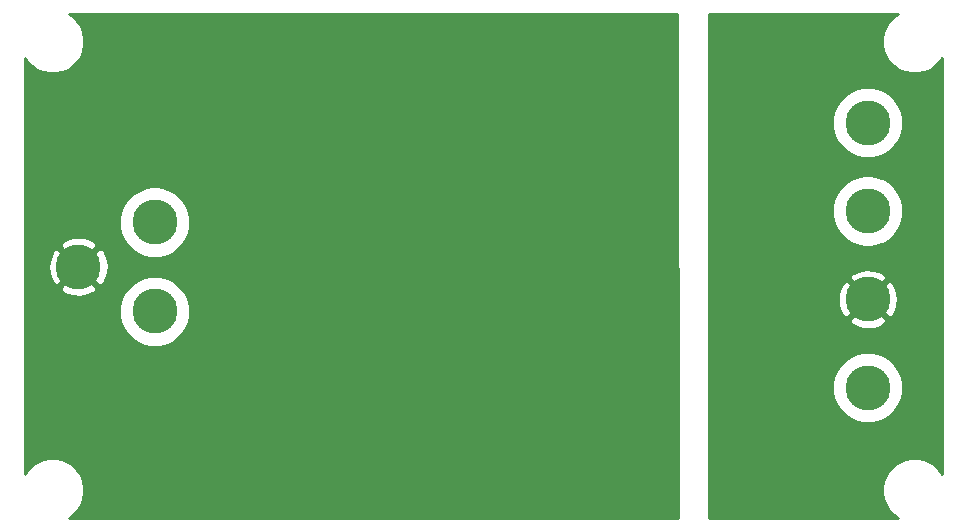
<source format=gbr>
%TF.GenerationSoftware,KiCad,Pcbnew,(5.1.8-0-10_14)*%
%TF.CreationDate,2022-04-27T14:31:31-05:00*%
%TF.ProjectId,PowerBoard,506f7765-7242-46f6-9172-642e6b696361,rev?*%
%TF.SameCoordinates,Original*%
%TF.FileFunction,Copper,L2,Bot*%
%TF.FilePolarity,Positive*%
%FSLAX46Y46*%
G04 Gerber Fmt 4.6, Leading zero omitted, Abs format (unit mm)*
G04 Created by KiCad (PCBNEW (5.1.8-0-10_14)) date 2022-04-27 14:31:31*
%MOMM*%
%LPD*%
G01*
G04 APERTURE LIST*
%TA.AperFunction,ComponentPad*%
%ADD10C,3.800000*%
%TD*%
%TA.AperFunction,ViaPad*%
%ADD11C,0.800000*%
%TD*%
%TA.AperFunction,Conductor*%
%ADD12C,0.254000*%
%TD*%
%TA.AperFunction,Conductor*%
%ADD13C,0.100000*%
%TD*%
G04 APERTURE END LIST*
D10*
%TO.P,+15,1*%
%TO.N,+15V*%
X116408200Y-71992066D03*
%TD*%
%TO.P,GNDA,1*%
%TO.N,GNDA*%
X116408200Y-79468132D03*
%TD*%
%TO.P,GND,1*%
%TO.N,GND*%
X49580800Y-76720700D03*
%TD*%
%TO.P,-17,1*%
%TO.N,Net-(-17-Pad1)*%
X56032400Y-80492600D03*
%TD*%
%TO.P,-15,1*%
%TO.N,-15V*%
X116408200Y-86944200D03*
%TD*%
%TO.P,+17,1*%
%TO.N,Net-(+17-Pad1)*%
X56032400Y-72948800D03*
%TD*%
%TO.P,+9,1*%
%TO.N,+9V*%
X116408200Y-64516000D03*
%TD*%
D11*
%TO.N,GNDA*%
X111506000Y-89814400D03*
X106197400Y-90297000D03*
X106248200Y-77749400D03*
X111379000Y-77444600D03*
%TO.N,GND*%
X98856800Y-87655400D03*
X89839800Y-77393800D03*
X99187000Y-77724000D03*
X94157800Y-77368400D03*
X94183200Y-86664800D03*
X90195400Y-86715600D03*
X80391000Y-74803000D03*
X76250800Y-87045800D03*
X62255400Y-83515200D03*
X50063400Y-89560400D03*
X49911000Y-63982600D03*
X62153800Y-69011800D03*
X80441800Y-62255400D03*
X90068400Y-64922400D03*
X94157800Y-64922400D03*
X98856800Y-65303400D03*
%TO.N,GNDA*%
X106146600Y-65303400D03*
X111429800Y-64770000D03*
%TD*%
D12*
%TO.N,GND*%
X100303262Y-97975400D02*
X48760240Y-97975400D01*
X49104161Y-97745599D01*
X49483999Y-97365761D01*
X49782436Y-96919119D01*
X49988003Y-96422837D01*
X50092800Y-95895986D01*
X50092800Y-95358814D01*
X49988003Y-94831963D01*
X49782436Y-94335681D01*
X49483999Y-93889039D01*
X49104161Y-93509201D01*
X48657519Y-93210764D01*
X48161237Y-93005197D01*
X47634386Y-92900400D01*
X47097214Y-92900400D01*
X46570363Y-93005197D01*
X46074081Y-93210764D01*
X45627439Y-93509201D01*
X45247601Y-93889039D01*
X45017800Y-94232960D01*
X45017800Y-80194467D01*
X53005400Y-80194467D01*
X53005400Y-80790733D01*
X53121726Y-81375543D01*
X53349908Y-81926422D01*
X53681176Y-82422200D01*
X54102800Y-82843824D01*
X54598578Y-83175092D01*
X55149457Y-83403274D01*
X55734267Y-83519600D01*
X56330533Y-83519600D01*
X56915343Y-83403274D01*
X57466222Y-83175092D01*
X57962000Y-82843824D01*
X58383624Y-82422200D01*
X58714892Y-81926422D01*
X58943074Y-81375543D01*
X59059400Y-80790733D01*
X59059400Y-80194467D01*
X58943074Y-79609657D01*
X58714892Y-79058778D01*
X58383624Y-78563000D01*
X57962000Y-78141376D01*
X57466222Y-77810108D01*
X56915343Y-77581926D01*
X56330533Y-77465600D01*
X55734267Y-77465600D01*
X55149457Y-77581926D01*
X54598578Y-77810108D01*
X54102800Y-78141376D01*
X53681176Y-78563000D01*
X53349908Y-79058778D01*
X53121726Y-79609657D01*
X53005400Y-80194467D01*
X45017800Y-80194467D01*
X45017800Y-78497049D01*
X47984056Y-78497049D01*
X48188162Y-78853567D01*
X48631023Y-79084275D01*
X49110383Y-79224152D01*
X49607821Y-79267823D01*
X50104222Y-79213609D01*
X50580507Y-79063594D01*
X50973438Y-78853567D01*
X51177544Y-78497049D01*
X49580800Y-76900305D01*
X47984056Y-78497049D01*
X45017800Y-78497049D01*
X45017800Y-76747721D01*
X47033677Y-76747721D01*
X47087891Y-77244122D01*
X47237906Y-77720407D01*
X47447933Y-78113338D01*
X47804451Y-78317444D01*
X49401195Y-76720700D01*
X49760405Y-76720700D01*
X51357149Y-78317444D01*
X51713667Y-78113338D01*
X51944375Y-77670477D01*
X52084252Y-77191117D01*
X52127923Y-76693679D01*
X52073709Y-76197278D01*
X51923694Y-75720993D01*
X51713667Y-75328062D01*
X51357149Y-75123956D01*
X49760405Y-76720700D01*
X49401195Y-76720700D01*
X47804451Y-75123956D01*
X47447933Y-75328062D01*
X47217225Y-75770923D01*
X47077348Y-76250283D01*
X47033677Y-76747721D01*
X45017800Y-76747721D01*
X45017800Y-74944351D01*
X47984056Y-74944351D01*
X49580800Y-76541095D01*
X51177544Y-74944351D01*
X50973438Y-74587833D01*
X50530577Y-74357125D01*
X50051217Y-74217248D01*
X49553779Y-74173577D01*
X49057378Y-74227791D01*
X48581093Y-74377806D01*
X48188162Y-74587833D01*
X47984056Y-74944351D01*
X45017800Y-74944351D01*
X45017800Y-72650667D01*
X53005400Y-72650667D01*
X53005400Y-73246933D01*
X53121726Y-73831743D01*
X53349908Y-74382622D01*
X53681176Y-74878400D01*
X54102800Y-75300024D01*
X54598578Y-75631292D01*
X55149457Y-75859474D01*
X55734267Y-75975800D01*
X56330533Y-75975800D01*
X56915343Y-75859474D01*
X57466222Y-75631292D01*
X57962000Y-75300024D01*
X58383624Y-74878400D01*
X58714892Y-74382622D01*
X58943074Y-73831743D01*
X59059400Y-73246933D01*
X59059400Y-72650667D01*
X58943074Y-72065857D01*
X58714892Y-71514978D01*
X58383624Y-71019200D01*
X57962000Y-70597576D01*
X57466222Y-70266308D01*
X56915343Y-70038126D01*
X56330533Y-69921800D01*
X55734267Y-69921800D01*
X55149457Y-70038126D01*
X54598578Y-70266308D01*
X54102800Y-70597576D01*
X53681176Y-71019200D01*
X53349908Y-71514978D01*
X53121726Y-72065857D01*
X53005400Y-72650667D01*
X45017800Y-72650667D01*
X45017800Y-59021840D01*
X45247601Y-59365761D01*
X45627439Y-59745599D01*
X46074081Y-60044036D01*
X46570363Y-60249603D01*
X47097214Y-60354400D01*
X47634386Y-60354400D01*
X48161237Y-60249603D01*
X48657519Y-60044036D01*
X49104161Y-59745599D01*
X49483999Y-59365761D01*
X49782436Y-58919119D01*
X49988003Y-58422837D01*
X50092800Y-57895986D01*
X50092800Y-57358814D01*
X49988003Y-56831963D01*
X49782436Y-56335681D01*
X49483999Y-55889039D01*
X49104161Y-55509201D01*
X48760240Y-55279400D01*
X100255128Y-55279400D01*
X100303262Y-97975400D01*
%TA.AperFunction,Conductor*%
D13*
G36*
X100303262Y-97975400D02*
G01*
X48760240Y-97975400D01*
X49104161Y-97745599D01*
X49483999Y-97365761D01*
X49782436Y-96919119D01*
X49988003Y-96422837D01*
X50092800Y-95895986D01*
X50092800Y-95358814D01*
X49988003Y-94831963D01*
X49782436Y-94335681D01*
X49483999Y-93889039D01*
X49104161Y-93509201D01*
X48657519Y-93210764D01*
X48161237Y-93005197D01*
X47634386Y-92900400D01*
X47097214Y-92900400D01*
X46570363Y-93005197D01*
X46074081Y-93210764D01*
X45627439Y-93509201D01*
X45247601Y-93889039D01*
X45017800Y-94232960D01*
X45017800Y-80194467D01*
X53005400Y-80194467D01*
X53005400Y-80790733D01*
X53121726Y-81375543D01*
X53349908Y-81926422D01*
X53681176Y-82422200D01*
X54102800Y-82843824D01*
X54598578Y-83175092D01*
X55149457Y-83403274D01*
X55734267Y-83519600D01*
X56330533Y-83519600D01*
X56915343Y-83403274D01*
X57466222Y-83175092D01*
X57962000Y-82843824D01*
X58383624Y-82422200D01*
X58714892Y-81926422D01*
X58943074Y-81375543D01*
X59059400Y-80790733D01*
X59059400Y-80194467D01*
X58943074Y-79609657D01*
X58714892Y-79058778D01*
X58383624Y-78563000D01*
X57962000Y-78141376D01*
X57466222Y-77810108D01*
X56915343Y-77581926D01*
X56330533Y-77465600D01*
X55734267Y-77465600D01*
X55149457Y-77581926D01*
X54598578Y-77810108D01*
X54102800Y-78141376D01*
X53681176Y-78563000D01*
X53349908Y-79058778D01*
X53121726Y-79609657D01*
X53005400Y-80194467D01*
X45017800Y-80194467D01*
X45017800Y-78497049D01*
X47984056Y-78497049D01*
X48188162Y-78853567D01*
X48631023Y-79084275D01*
X49110383Y-79224152D01*
X49607821Y-79267823D01*
X50104222Y-79213609D01*
X50580507Y-79063594D01*
X50973438Y-78853567D01*
X51177544Y-78497049D01*
X49580800Y-76900305D01*
X47984056Y-78497049D01*
X45017800Y-78497049D01*
X45017800Y-76747721D01*
X47033677Y-76747721D01*
X47087891Y-77244122D01*
X47237906Y-77720407D01*
X47447933Y-78113338D01*
X47804451Y-78317444D01*
X49401195Y-76720700D01*
X49760405Y-76720700D01*
X51357149Y-78317444D01*
X51713667Y-78113338D01*
X51944375Y-77670477D01*
X52084252Y-77191117D01*
X52127923Y-76693679D01*
X52073709Y-76197278D01*
X51923694Y-75720993D01*
X51713667Y-75328062D01*
X51357149Y-75123956D01*
X49760405Y-76720700D01*
X49401195Y-76720700D01*
X47804451Y-75123956D01*
X47447933Y-75328062D01*
X47217225Y-75770923D01*
X47077348Y-76250283D01*
X47033677Y-76747721D01*
X45017800Y-76747721D01*
X45017800Y-74944351D01*
X47984056Y-74944351D01*
X49580800Y-76541095D01*
X51177544Y-74944351D01*
X50973438Y-74587833D01*
X50530577Y-74357125D01*
X50051217Y-74217248D01*
X49553779Y-74173577D01*
X49057378Y-74227791D01*
X48581093Y-74377806D01*
X48188162Y-74587833D01*
X47984056Y-74944351D01*
X45017800Y-74944351D01*
X45017800Y-72650667D01*
X53005400Y-72650667D01*
X53005400Y-73246933D01*
X53121726Y-73831743D01*
X53349908Y-74382622D01*
X53681176Y-74878400D01*
X54102800Y-75300024D01*
X54598578Y-75631292D01*
X55149457Y-75859474D01*
X55734267Y-75975800D01*
X56330533Y-75975800D01*
X56915343Y-75859474D01*
X57466222Y-75631292D01*
X57962000Y-75300024D01*
X58383624Y-74878400D01*
X58714892Y-74382622D01*
X58943074Y-73831743D01*
X59059400Y-73246933D01*
X59059400Y-72650667D01*
X58943074Y-72065857D01*
X58714892Y-71514978D01*
X58383624Y-71019200D01*
X57962000Y-70597576D01*
X57466222Y-70266308D01*
X56915343Y-70038126D01*
X56330533Y-69921800D01*
X55734267Y-69921800D01*
X55149457Y-70038126D01*
X54598578Y-70266308D01*
X54102800Y-70597576D01*
X53681176Y-71019200D01*
X53349908Y-71514978D01*
X53121726Y-72065857D01*
X53005400Y-72650667D01*
X45017800Y-72650667D01*
X45017800Y-59021840D01*
X45247601Y-59365761D01*
X45627439Y-59745599D01*
X46074081Y-60044036D01*
X46570363Y-60249603D01*
X47097214Y-60354400D01*
X47634386Y-60354400D01*
X48161237Y-60249603D01*
X48657519Y-60044036D01*
X49104161Y-59745599D01*
X49483999Y-59365761D01*
X49782436Y-58919119D01*
X49988003Y-58422837D01*
X50092800Y-57895986D01*
X50092800Y-57358814D01*
X49988003Y-56831963D01*
X49782436Y-56335681D01*
X49483999Y-55889039D01*
X49104161Y-55509201D01*
X48760240Y-55279400D01*
X100255128Y-55279400D01*
X100303262Y-97975400D01*
G37*
%TD.AperFunction*%
%TD*%
D12*
%TO.N,GNDA*%
X118627439Y-55509201D02*
X118247601Y-55889039D01*
X117949164Y-56335681D01*
X117743597Y-56831963D01*
X117638800Y-57358814D01*
X117638800Y-57895986D01*
X117743597Y-58422837D01*
X117949164Y-58919119D01*
X118247601Y-59365761D01*
X118627439Y-59745599D01*
X119074081Y-60044036D01*
X119570363Y-60249603D01*
X120097214Y-60354400D01*
X120634386Y-60354400D01*
X121161237Y-60249603D01*
X121657519Y-60044036D01*
X122104161Y-59745599D01*
X122483999Y-59365761D01*
X122713800Y-59021840D01*
X122713801Y-94232961D01*
X122483999Y-93889039D01*
X122104161Y-93509201D01*
X121657519Y-93210764D01*
X121161237Y-93005197D01*
X120634386Y-92900400D01*
X120097214Y-92900400D01*
X119570363Y-93005197D01*
X119074081Y-93210764D01*
X118627439Y-93509201D01*
X118247601Y-93889039D01*
X117949164Y-94335681D01*
X117743597Y-94831963D01*
X117638800Y-95358814D01*
X117638800Y-95895986D01*
X117743597Y-96422837D01*
X117949164Y-96919119D01*
X118247601Y-97365761D01*
X118627439Y-97745599D01*
X118971360Y-97975400D01*
X102947565Y-97975400D01*
X102960330Y-86646067D01*
X113381200Y-86646067D01*
X113381200Y-87242333D01*
X113497526Y-87827143D01*
X113725708Y-88378022D01*
X114056976Y-88873800D01*
X114478600Y-89295424D01*
X114974378Y-89626692D01*
X115525257Y-89854874D01*
X116110067Y-89971200D01*
X116706333Y-89971200D01*
X117291143Y-89854874D01*
X117842022Y-89626692D01*
X118337800Y-89295424D01*
X118759424Y-88873800D01*
X119090692Y-88378022D01*
X119318874Y-87827143D01*
X119435200Y-87242333D01*
X119435200Y-86646067D01*
X119318874Y-86061257D01*
X119090692Y-85510378D01*
X118759424Y-85014600D01*
X118337800Y-84592976D01*
X117842022Y-84261708D01*
X117291143Y-84033526D01*
X116706333Y-83917200D01*
X116110067Y-83917200D01*
X115525257Y-84033526D01*
X114974378Y-84261708D01*
X114478600Y-84592976D01*
X114056976Y-85014600D01*
X113725708Y-85510378D01*
X113497526Y-86061257D01*
X113381200Y-86646067D01*
X102960330Y-86646067D01*
X102966416Y-81244481D01*
X114811456Y-81244481D01*
X115015562Y-81600999D01*
X115458423Y-81831707D01*
X115937783Y-81971584D01*
X116435221Y-82015255D01*
X116931622Y-81961041D01*
X117407907Y-81811026D01*
X117800838Y-81600999D01*
X118004944Y-81244481D01*
X116408200Y-79647737D01*
X114811456Y-81244481D01*
X102966416Y-81244481D01*
X102968387Y-79495153D01*
X113861077Y-79495153D01*
X113915291Y-79991554D01*
X114065306Y-80467839D01*
X114275333Y-80860770D01*
X114631851Y-81064876D01*
X116228595Y-79468132D01*
X116587805Y-79468132D01*
X118184549Y-81064876D01*
X118541067Y-80860770D01*
X118771775Y-80417909D01*
X118911652Y-79938549D01*
X118955323Y-79441111D01*
X118901109Y-78944710D01*
X118751094Y-78468425D01*
X118541067Y-78075494D01*
X118184549Y-77871388D01*
X116587805Y-79468132D01*
X116228595Y-79468132D01*
X114631851Y-77871388D01*
X114275333Y-78075494D01*
X114044625Y-78518355D01*
X113904748Y-78997715D01*
X113861077Y-79495153D01*
X102968387Y-79495153D01*
X102970418Y-77691783D01*
X114811456Y-77691783D01*
X116408200Y-79288527D01*
X118004944Y-77691783D01*
X117800838Y-77335265D01*
X117357977Y-77104557D01*
X116878617Y-76964680D01*
X116381179Y-76921009D01*
X115884778Y-76975223D01*
X115408493Y-77125238D01*
X115015562Y-77335265D01*
X114811456Y-77691783D01*
X102970418Y-77691783D01*
X102977177Y-71693933D01*
X113381200Y-71693933D01*
X113381200Y-72290199D01*
X113497526Y-72875009D01*
X113725708Y-73425888D01*
X114056976Y-73921666D01*
X114478600Y-74343290D01*
X114974378Y-74674558D01*
X115525257Y-74902740D01*
X116110067Y-75019066D01*
X116706333Y-75019066D01*
X117291143Y-74902740D01*
X117842022Y-74674558D01*
X118337800Y-74343290D01*
X118759424Y-73921666D01*
X119090692Y-73425888D01*
X119318874Y-72875009D01*
X119435200Y-72290199D01*
X119435200Y-71693933D01*
X119318874Y-71109123D01*
X119090692Y-70558244D01*
X118759424Y-70062466D01*
X118337800Y-69640842D01*
X117842022Y-69309574D01*
X117291143Y-69081392D01*
X116706333Y-68965066D01*
X116110067Y-68965066D01*
X115525257Y-69081392D01*
X114974378Y-69309574D01*
X114478600Y-69640842D01*
X114056976Y-70062466D01*
X113725708Y-70558244D01*
X113497526Y-71109123D01*
X113381200Y-71693933D01*
X102977177Y-71693933D01*
X102985601Y-64217867D01*
X113381200Y-64217867D01*
X113381200Y-64814133D01*
X113497526Y-65398943D01*
X113725708Y-65949822D01*
X114056976Y-66445600D01*
X114478600Y-66867224D01*
X114974378Y-67198492D01*
X115525257Y-67426674D01*
X116110067Y-67543000D01*
X116706333Y-67543000D01*
X117291143Y-67426674D01*
X117842022Y-67198492D01*
X118337800Y-66867224D01*
X118759424Y-66445600D01*
X119090692Y-65949822D01*
X119318874Y-65398943D01*
X119435200Y-64814133D01*
X119435200Y-64217867D01*
X119318874Y-63633057D01*
X119090692Y-63082178D01*
X118759424Y-62586400D01*
X118337800Y-62164776D01*
X117842022Y-61833508D01*
X117291143Y-61605326D01*
X116706333Y-61489000D01*
X116110067Y-61489000D01*
X115525257Y-61605326D01*
X114974378Y-61833508D01*
X114478600Y-62164776D01*
X114056976Y-62586400D01*
X113725708Y-63082178D01*
X113497526Y-63633057D01*
X113381200Y-64217867D01*
X102985601Y-64217867D01*
X102995673Y-55279400D01*
X118971360Y-55279400D01*
X118627439Y-55509201D01*
%TA.AperFunction,Conductor*%
D13*
G36*
X118627439Y-55509201D02*
G01*
X118247601Y-55889039D01*
X117949164Y-56335681D01*
X117743597Y-56831963D01*
X117638800Y-57358814D01*
X117638800Y-57895986D01*
X117743597Y-58422837D01*
X117949164Y-58919119D01*
X118247601Y-59365761D01*
X118627439Y-59745599D01*
X119074081Y-60044036D01*
X119570363Y-60249603D01*
X120097214Y-60354400D01*
X120634386Y-60354400D01*
X121161237Y-60249603D01*
X121657519Y-60044036D01*
X122104161Y-59745599D01*
X122483999Y-59365761D01*
X122713800Y-59021840D01*
X122713801Y-94232961D01*
X122483999Y-93889039D01*
X122104161Y-93509201D01*
X121657519Y-93210764D01*
X121161237Y-93005197D01*
X120634386Y-92900400D01*
X120097214Y-92900400D01*
X119570363Y-93005197D01*
X119074081Y-93210764D01*
X118627439Y-93509201D01*
X118247601Y-93889039D01*
X117949164Y-94335681D01*
X117743597Y-94831963D01*
X117638800Y-95358814D01*
X117638800Y-95895986D01*
X117743597Y-96422837D01*
X117949164Y-96919119D01*
X118247601Y-97365761D01*
X118627439Y-97745599D01*
X118971360Y-97975400D01*
X102947565Y-97975400D01*
X102960330Y-86646067D01*
X113381200Y-86646067D01*
X113381200Y-87242333D01*
X113497526Y-87827143D01*
X113725708Y-88378022D01*
X114056976Y-88873800D01*
X114478600Y-89295424D01*
X114974378Y-89626692D01*
X115525257Y-89854874D01*
X116110067Y-89971200D01*
X116706333Y-89971200D01*
X117291143Y-89854874D01*
X117842022Y-89626692D01*
X118337800Y-89295424D01*
X118759424Y-88873800D01*
X119090692Y-88378022D01*
X119318874Y-87827143D01*
X119435200Y-87242333D01*
X119435200Y-86646067D01*
X119318874Y-86061257D01*
X119090692Y-85510378D01*
X118759424Y-85014600D01*
X118337800Y-84592976D01*
X117842022Y-84261708D01*
X117291143Y-84033526D01*
X116706333Y-83917200D01*
X116110067Y-83917200D01*
X115525257Y-84033526D01*
X114974378Y-84261708D01*
X114478600Y-84592976D01*
X114056976Y-85014600D01*
X113725708Y-85510378D01*
X113497526Y-86061257D01*
X113381200Y-86646067D01*
X102960330Y-86646067D01*
X102966416Y-81244481D01*
X114811456Y-81244481D01*
X115015562Y-81600999D01*
X115458423Y-81831707D01*
X115937783Y-81971584D01*
X116435221Y-82015255D01*
X116931622Y-81961041D01*
X117407907Y-81811026D01*
X117800838Y-81600999D01*
X118004944Y-81244481D01*
X116408200Y-79647737D01*
X114811456Y-81244481D01*
X102966416Y-81244481D01*
X102968387Y-79495153D01*
X113861077Y-79495153D01*
X113915291Y-79991554D01*
X114065306Y-80467839D01*
X114275333Y-80860770D01*
X114631851Y-81064876D01*
X116228595Y-79468132D01*
X116587805Y-79468132D01*
X118184549Y-81064876D01*
X118541067Y-80860770D01*
X118771775Y-80417909D01*
X118911652Y-79938549D01*
X118955323Y-79441111D01*
X118901109Y-78944710D01*
X118751094Y-78468425D01*
X118541067Y-78075494D01*
X118184549Y-77871388D01*
X116587805Y-79468132D01*
X116228595Y-79468132D01*
X114631851Y-77871388D01*
X114275333Y-78075494D01*
X114044625Y-78518355D01*
X113904748Y-78997715D01*
X113861077Y-79495153D01*
X102968387Y-79495153D01*
X102970418Y-77691783D01*
X114811456Y-77691783D01*
X116408200Y-79288527D01*
X118004944Y-77691783D01*
X117800838Y-77335265D01*
X117357977Y-77104557D01*
X116878617Y-76964680D01*
X116381179Y-76921009D01*
X115884778Y-76975223D01*
X115408493Y-77125238D01*
X115015562Y-77335265D01*
X114811456Y-77691783D01*
X102970418Y-77691783D01*
X102977177Y-71693933D01*
X113381200Y-71693933D01*
X113381200Y-72290199D01*
X113497526Y-72875009D01*
X113725708Y-73425888D01*
X114056976Y-73921666D01*
X114478600Y-74343290D01*
X114974378Y-74674558D01*
X115525257Y-74902740D01*
X116110067Y-75019066D01*
X116706333Y-75019066D01*
X117291143Y-74902740D01*
X117842022Y-74674558D01*
X118337800Y-74343290D01*
X118759424Y-73921666D01*
X119090692Y-73425888D01*
X119318874Y-72875009D01*
X119435200Y-72290199D01*
X119435200Y-71693933D01*
X119318874Y-71109123D01*
X119090692Y-70558244D01*
X118759424Y-70062466D01*
X118337800Y-69640842D01*
X117842022Y-69309574D01*
X117291143Y-69081392D01*
X116706333Y-68965066D01*
X116110067Y-68965066D01*
X115525257Y-69081392D01*
X114974378Y-69309574D01*
X114478600Y-69640842D01*
X114056976Y-70062466D01*
X113725708Y-70558244D01*
X113497526Y-71109123D01*
X113381200Y-71693933D01*
X102977177Y-71693933D01*
X102985601Y-64217867D01*
X113381200Y-64217867D01*
X113381200Y-64814133D01*
X113497526Y-65398943D01*
X113725708Y-65949822D01*
X114056976Y-66445600D01*
X114478600Y-66867224D01*
X114974378Y-67198492D01*
X115525257Y-67426674D01*
X116110067Y-67543000D01*
X116706333Y-67543000D01*
X117291143Y-67426674D01*
X117842022Y-67198492D01*
X118337800Y-66867224D01*
X118759424Y-66445600D01*
X119090692Y-65949822D01*
X119318874Y-65398943D01*
X119435200Y-64814133D01*
X119435200Y-64217867D01*
X119318874Y-63633057D01*
X119090692Y-63082178D01*
X118759424Y-62586400D01*
X118337800Y-62164776D01*
X117842022Y-61833508D01*
X117291143Y-61605326D01*
X116706333Y-61489000D01*
X116110067Y-61489000D01*
X115525257Y-61605326D01*
X114974378Y-61833508D01*
X114478600Y-62164776D01*
X114056976Y-62586400D01*
X113725708Y-63082178D01*
X113497526Y-63633057D01*
X113381200Y-64217867D01*
X102985601Y-64217867D01*
X102995673Y-55279400D01*
X118971360Y-55279400D01*
X118627439Y-55509201D01*
G37*
%TD.AperFunction*%
%TD*%
M02*

</source>
